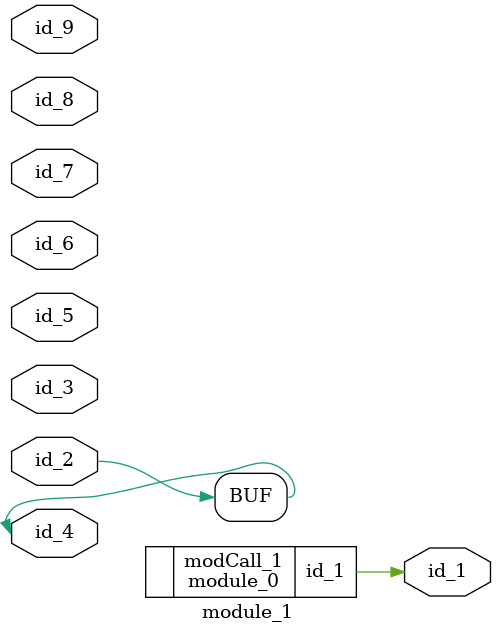
<source format=v>
module module_0 (
    id_1
);
  output wire id_1;
  parameter id_2 = -1;
  wire id_3;
  wire id_4, id_5;
  assign id_3 = (id_3);
endmodule
module module_1 (
    id_1,
    id_2,
    id_3,
    id_4,
    id_5,
    id_6,
    id_7,
    id_8,
    id_9
);
  inout wire id_9;
  input wire id_8;
  inout wire id_7;
  input wire id_6;
  input wire id_5;
  inout wire id_4;
  input wire id_3;
  inout wire id_2;
  output wire id_1;
  always id_2 <= id_4;
  module_0 modCall_1 (id_1);
endmodule

</source>
